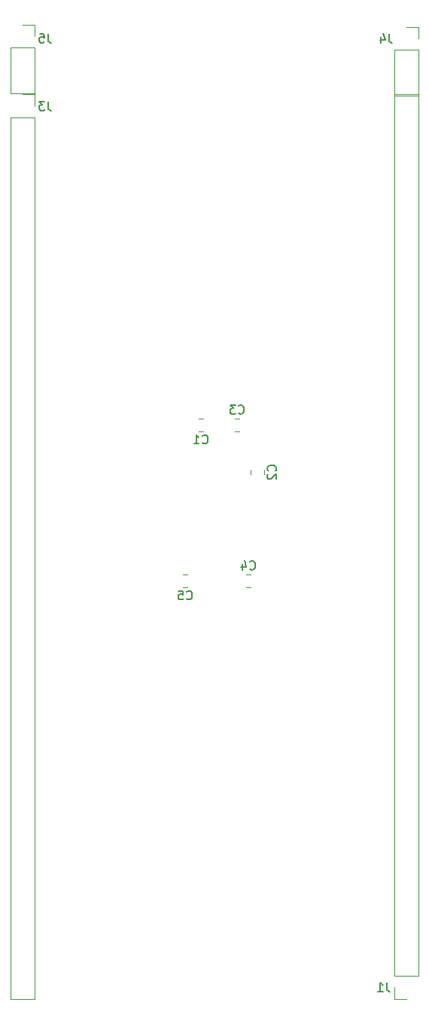
<source format=gbr>
%TF.GenerationSoftware,KiCad,Pcbnew,(6.0.0-0)*%
%TF.CreationDate,2023-01-15T17:49:44+00:00*%
%TF.ProjectId,altera-7128-adaptor,616c7465-7261-42d3-9731-32382d616461,rev?*%
%TF.SameCoordinates,Original*%
%TF.FileFunction,Legend,Bot*%
%TF.FilePolarity,Positive*%
%FSLAX46Y46*%
G04 Gerber Fmt 4.6, Leading zero omitted, Abs format (unit mm)*
G04 Created by KiCad (PCBNEW (6.0.0-0)) date 2023-01-15 17:49:44*
%MOMM*%
%LPD*%
G01*
G04 APERTURE LIST*
%ADD10C,0.150000*%
%ADD11C,0.120000*%
G04 APERTURE END LIST*
D10*
%TO.C,C1*%
X121832666Y-72141142D02*
X121880285Y-72188761D01*
X122023142Y-72236380D01*
X122118380Y-72236380D01*
X122261238Y-72188761D01*
X122356476Y-72093523D01*
X122404095Y-71998285D01*
X122451714Y-71807809D01*
X122451714Y-71664952D01*
X122404095Y-71474476D01*
X122356476Y-71379238D01*
X122261238Y-71284000D01*
X122118380Y-71236380D01*
X122023142Y-71236380D01*
X121880285Y-71284000D01*
X121832666Y-71331619D01*
X120880285Y-72236380D02*
X121451714Y-72236380D01*
X121166000Y-72236380D02*
X121166000Y-71236380D01*
X121261238Y-71379238D01*
X121356476Y-71474476D01*
X121451714Y-71522095D01*
%TO.C,J5*%
X104473333Y-26122380D02*
X104473333Y-26836666D01*
X104520952Y-26979523D01*
X104616190Y-27074761D01*
X104759047Y-27122380D01*
X104854285Y-27122380D01*
X103520952Y-26122380D02*
X103997142Y-26122380D01*
X104044761Y-26598571D01*
X103997142Y-26550952D01*
X103901904Y-26503333D01*
X103663809Y-26503333D01*
X103568571Y-26550952D01*
X103520952Y-26598571D01*
X103473333Y-26693809D01*
X103473333Y-26931904D01*
X103520952Y-27027142D01*
X103568571Y-27074761D01*
X103663809Y-27122380D01*
X103901904Y-27122380D01*
X103997142Y-27074761D01*
X104044761Y-27027142D01*
%TO.C,J4*%
X142827333Y-26122380D02*
X142827333Y-26836666D01*
X142874952Y-26979523D01*
X142970190Y-27074761D01*
X143113047Y-27122380D01*
X143208285Y-27122380D01*
X141922571Y-26455714D02*
X141922571Y-27122380D01*
X142160666Y-26074761D02*
X142398761Y-26789047D01*
X141779714Y-26789047D01*
%TO.C,C4*%
X127166666Y-86307142D02*
X127214285Y-86354761D01*
X127357142Y-86402380D01*
X127452380Y-86402380D01*
X127595238Y-86354761D01*
X127690476Y-86259523D01*
X127738095Y-86164285D01*
X127785714Y-85973809D01*
X127785714Y-85830952D01*
X127738095Y-85640476D01*
X127690476Y-85545238D01*
X127595238Y-85450000D01*
X127452380Y-85402380D01*
X127357142Y-85402380D01*
X127214285Y-85450000D01*
X127166666Y-85497619D01*
X126309523Y-85735714D02*
X126309523Y-86402380D01*
X126547619Y-85354761D02*
X126785714Y-86069047D01*
X126166666Y-86069047D01*
%TO.C,C5*%
X120054666Y-89667142D02*
X120102285Y-89714761D01*
X120245142Y-89762380D01*
X120340380Y-89762380D01*
X120483238Y-89714761D01*
X120578476Y-89619523D01*
X120626095Y-89524285D01*
X120673714Y-89333809D01*
X120673714Y-89190952D01*
X120626095Y-89000476D01*
X120578476Y-88905238D01*
X120483238Y-88810000D01*
X120340380Y-88762380D01*
X120245142Y-88762380D01*
X120102285Y-88810000D01*
X120054666Y-88857619D01*
X119149904Y-88762380D02*
X119626095Y-88762380D01*
X119673714Y-89238571D01*
X119626095Y-89190952D01*
X119530857Y-89143333D01*
X119292761Y-89143333D01*
X119197523Y-89190952D01*
X119149904Y-89238571D01*
X119102285Y-89333809D01*
X119102285Y-89571904D01*
X119149904Y-89667142D01*
X119197523Y-89714761D01*
X119292761Y-89762380D01*
X119530857Y-89762380D01*
X119626095Y-89714761D01*
X119673714Y-89667142D01*
%TO.C,J3*%
X104473333Y-33742380D02*
X104473333Y-34456666D01*
X104520952Y-34599523D01*
X104616190Y-34694761D01*
X104759047Y-34742380D01*
X104854285Y-34742380D01*
X104092380Y-33742380D02*
X103473333Y-33742380D01*
X103806666Y-34123333D01*
X103663809Y-34123333D01*
X103568571Y-34170952D01*
X103520952Y-34218571D01*
X103473333Y-34313809D01*
X103473333Y-34551904D01*
X103520952Y-34647142D01*
X103568571Y-34694761D01*
X103663809Y-34742380D01*
X103949523Y-34742380D01*
X104044761Y-34694761D01*
X104092380Y-34647142D01*
%TO.C,C3*%
X125896666Y-68781142D02*
X125944285Y-68828761D01*
X126087142Y-68876380D01*
X126182380Y-68876380D01*
X126325238Y-68828761D01*
X126420476Y-68733523D01*
X126468095Y-68638285D01*
X126515714Y-68447809D01*
X126515714Y-68304952D01*
X126468095Y-68114476D01*
X126420476Y-68019238D01*
X126325238Y-67924000D01*
X126182380Y-67876380D01*
X126087142Y-67876380D01*
X125944285Y-67924000D01*
X125896666Y-67971619D01*
X125563333Y-67876380D02*
X124944285Y-67876380D01*
X125277619Y-68257333D01*
X125134761Y-68257333D01*
X125039523Y-68304952D01*
X124991904Y-68352571D01*
X124944285Y-68447809D01*
X124944285Y-68685904D01*
X124991904Y-68781142D01*
X125039523Y-68828761D01*
X125134761Y-68876380D01*
X125420476Y-68876380D01*
X125515714Y-68828761D01*
X125563333Y-68781142D01*
%TO.C,C2*%
X130053142Y-75271333D02*
X130100761Y-75223714D01*
X130148380Y-75080857D01*
X130148380Y-74985619D01*
X130100761Y-74842761D01*
X130005523Y-74747523D01*
X129910285Y-74699904D01*
X129719809Y-74652285D01*
X129576952Y-74652285D01*
X129386476Y-74699904D01*
X129291238Y-74747523D01*
X129196000Y-74842761D01*
X129148380Y-74985619D01*
X129148380Y-75080857D01*
X129196000Y-75223714D01*
X129243619Y-75271333D01*
X129243619Y-75652285D02*
X129196000Y-75699904D01*
X129148380Y-75795142D01*
X129148380Y-76033238D01*
X129196000Y-76128476D01*
X129243619Y-76176095D01*
X129338857Y-76223714D01*
X129434095Y-76223714D01*
X129576952Y-76176095D01*
X130148380Y-75604666D01*
X130148380Y-76223714D01*
%TO.C,J1*%
X142573333Y-132802380D02*
X142573333Y-133516666D01*
X142620952Y-133659523D01*
X142716190Y-133754761D01*
X142859047Y-133802380D01*
X142954285Y-133802380D01*
X141573333Y-133802380D02*
X142144761Y-133802380D01*
X141859047Y-133802380D02*
X141859047Y-132802380D01*
X141954285Y-132945238D01*
X142049523Y-133040476D01*
X142144761Y-133088095D01*
D11*
%TO.C,C1*%
X121404748Y-69369000D02*
X121927252Y-69369000D01*
X121404748Y-70839000D02*
X121927252Y-70839000D01*
%TO.C,J5*%
X102930000Y-26431000D02*
X102930000Y-25101000D01*
X100270000Y-27701000D02*
X100270000Y-32841000D01*
X102930000Y-27701000D02*
X102930000Y-32841000D01*
X102930000Y-25101000D02*
X101600000Y-25101000D01*
X102930000Y-32841000D02*
X100270000Y-32841000D01*
X102930000Y-27701000D02*
X100270000Y-27701000D01*
%TO.C,J4*%
X146110000Y-27955000D02*
X146110000Y-33095000D01*
X146110000Y-26685000D02*
X146110000Y-25355000D01*
X146110000Y-27955000D02*
X143450000Y-27955000D01*
X143450000Y-27955000D02*
X143450000Y-33095000D01*
X146110000Y-33095000D02*
X143450000Y-33095000D01*
X146110000Y-25355000D02*
X144780000Y-25355000D01*
%TO.C,C4*%
X127261252Y-86895000D02*
X126738748Y-86895000D01*
X127261252Y-88365000D02*
X126738748Y-88365000D01*
%TO.C,C5*%
X119626748Y-88365000D02*
X120149252Y-88365000D01*
X119626748Y-86895000D02*
X120149252Y-86895000D01*
%TO.C,J3*%
X100270000Y-35560000D02*
X100270000Y-134680000D01*
X102930000Y-35560000D02*
X100270000Y-35560000D01*
X102930000Y-34290000D02*
X102930000Y-32960000D01*
X102930000Y-35560000D02*
X102930000Y-134680000D01*
X102930000Y-32960000D02*
X101600000Y-32960000D01*
X102930000Y-134680000D02*
X100270000Y-134680000D01*
%TO.C,C3*%
X125991252Y-69369000D02*
X125468748Y-69369000D01*
X125991252Y-70839000D02*
X125468748Y-70839000D01*
%TO.C,C2*%
X128751000Y-75699252D02*
X128751000Y-75176748D01*
X127281000Y-75699252D02*
X127281000Y-75176748D01*
%TO.C,J1*%
X143450000Y-134680000D02*
X144780000Y-134680000D01*
X143450000Y-32960000D02*
X146110000Y-32960000D01*
X146110000Y-132080000D02*
X146110000Y-32960000D01*
X143450000Y-132080000D02*
X146110000Y-132080000D01*
X143450000Y-133350000D02*
X143450000Y-134680000D01*
X143450000Y-132080000D02*
X143450000Y-32960000D01*
%TD*%
M02*

</source>
